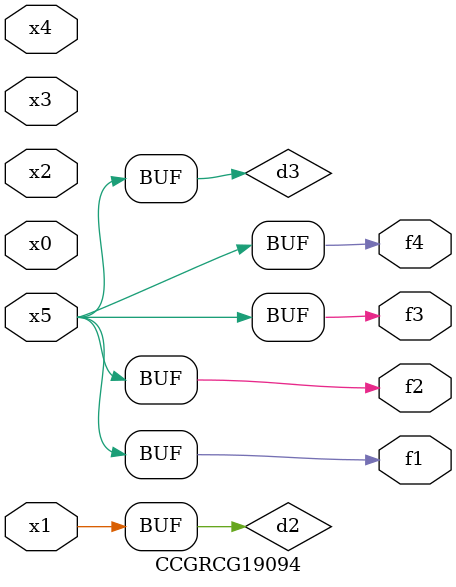
<source format=v>
module CCGRCG19094(
	input x0, x1, x2, x3, x4, x5,
	output f1, f2, f3, f4
);

	wire d1, d2, d3;

	not (d1, x5);
	or (d2, x1);
	xnor (d3, d1);
	assign f1 = d3;
	assign f2 = d3;
	assign f3 = d3;
	assign f4 = d3;
endmodule

</source>
